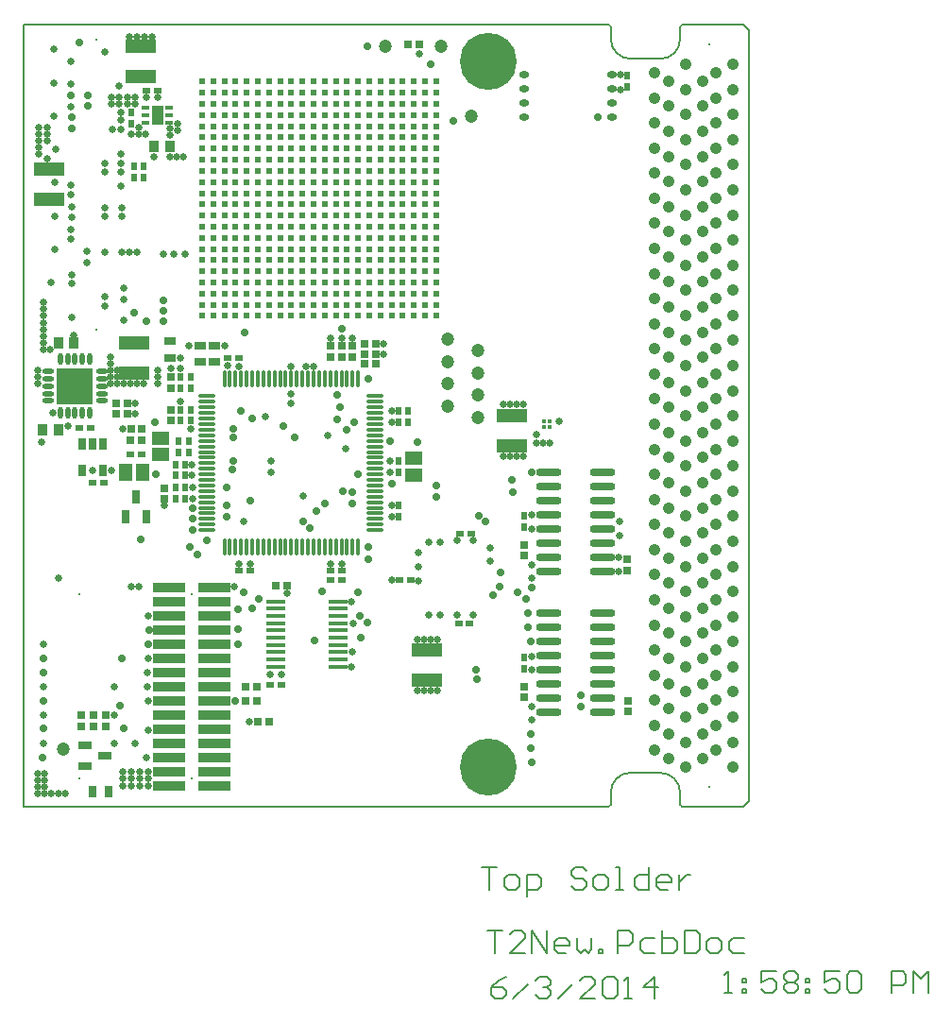
<source format=gts>
%FSLAX44Y44*%
%MOMM*%
G71*
G01*
G75*
G04 Layer_Color=8388736*
%ADD10O,2.2000X0.6000*%
%ADD11R,0.6000X0.6000*%
%ADD12R,0.6000X0.5000*%
%ADD13R,2.7940X0.7366*%
%ADD14R,0.6000X1.2000*%
%ADD15R,1.6500X0.3000*%
%ADD16R,2.6000X1.1000*%
%ADD17R,1.0000X1.5000*%
%ADD18R,0.6000X0.6000*%
%ADD19R,0.5000X0.6000*%
%ADD20R,0.8000X0.9000*%
%ADD21R,1.0000X1.6000*%
%ADD22R,0.7000X0.3000*%
%ADD23R,1.2000X0.6000*%
%ADD24R,0.9000X0.7000*%
%ADD25R,0.7000X0.9000*%
%ADD26R,0.6500X0.9000*%
%ADD27R,1.1000X1.4000*%
%ADD28R,0.7000X0.6000*%
%ADD29R,1.4000X1.1000*%
%ADD30R,0.6000X0.7000*%
%ADD31O,0.8000X0.5000*%
%ADD32O,0.3500X0.9500*%
%ADD33O,0.9500X0.3500*%
%ADD34R,3.1500X3.1500*%
%ADD35C,0.2700*%
%ADD36O,0.2500X1.5500*%
%ADD37O,1.5500X0.2500*%
%ADD38C,0.5000*%
%ADD39C,0.1270*%
%ADD40C,0.5080*%
%ADD41C,0.6350*%
%ADD42C,0.2540*%
%ADD43C,0.1778*%
%ADD44C,0.2032*%
%ADD45C,0.3048*%
%ADD46C,0.1524*%
%ADD47R,0.9000X0.6000*%
%ADD48R,1.4000X3.3000*%
%ADD49R,1.1000X1.9000*%
%ADD50R,2.5400X0.6350*%
%ADD51R,0.6000X1.6250*%
%ADD52R,3.9250X2.0000*%
%ADD53R,4.0250X0.7250*%
%ADD54R,2.0000X1.5000*%
%ADD55R,1.3750X0.3000*%
%ADD56R,0.9000X0.6500*%
%ADD57R,0.8000X1.2500*%
%ADD58R,1.9000X4.3000*%
%ADD59R,2.1500X2.2250*%
%ADD60R,3.0000X5.8750*%
%ADD61R,2.6000X0.9000*%
%ADD62R,2.5750X2.2750*%
%ADD63R,5.8500X2.1250*%
%ADD64R,3.6000X1.8000*%
%ADD65R,1.4000X3.8000*%
%ADD66R,1.3000X3.3000*%
%ADD67R,2.6000X0.9000*%
%ADD68R,2.6000X0.9000*%
%ADD69R,2.6000X1.0000*%
%ADD70R,2.6000X1.0000*%
%ADD71R,3.8000X2.2000*%
%ADD72R,1.8000X1.6000*%
%ADD73C,0.6000*%
%ADD74C,0.1270*%
%ADD75C,0.2000*%
%ADD76C,0.9500*%
%ADD77C,5.0000*%
%ADD78C,0.6600*%
%ADD79C,0.5588*%
%ADD80C,1.0160*%
%ADD81C,1.3970*%
%ADD82R,1.6000X0.5000*%
%ADD83R,0.5000X1.6000*%
%ADD84R,13.4000X2.8000*%
%ADD85C,0.8080*%
%ADD86C,1.5240*%
%ADD87C,1.2700*%
%ADD88C,1.2080*%
%ADD89C,1.4080*%
%ADD90C,2.3080*%
G04:AMPARAMS|DCode=91|XSize=1.158mm|YSize=1.158mm|CornerRadius=0mm|HoleSize=0mm|Usage=FLASHONLY|Rotation=0.000|XOffset=0mm|YOffset=0mm|HoleType=Round|Shape=Relief|Width=0.254mm|Gap=0.127mm|Entries=4|*
%AMTHD91*
7,0,0,1.1580,0.9040,0.2540,45*
%
%ADD91THD91*%
%ADD92C,1.1580*%
G04:AMPARAMS|DCode=93|XSize=0.808mm|YSize=0.808mm|CornerRadius=0mm|HoleSize=0mm|Usage=FLASHONLY|Rotation=0.000|XOffset=0mm|YOffset=0mm|HoleType=Round|Shape=Relief|Width=0.254mm|Gap=0.127mm|Entries=4|*
%AMTHD93*
7,0,0,0.8080,0.5540,0.2540,45*
%
%ADD93THD93*%
%ADD94C,3.0080*%
%ADD95C,0.8128*%
%ADD96R,1.6000X0.5000*%
%ADD97R,2.2000X2.8000*%
%ADD98R,11.2000X2.8000*%
%ADD99C,0.8380*%
%ADD100R,6.5000X2.8000*%
%ADD101R,6.8000X2.8000*%
%ADD102R,2.3000X2.7000*%
%ADD103R,11.0000X2.8000*%
%ADD104R,0.2500X0.6000*%
%ADD105R,0.6000X0.2500*%
%ADD106R,3.1000X3.1000*%
%ADD107R,1.6764X0.7366*%
%ADD108R,0.7000X0.5000*%
%ADD109R,0.6500X0.8000*%
%ADD110R,1.4000X1.2000*%
%ADD111R,1.9000X1.1000*%
%ADD112R,0.9000X0.8000*%
%ADD113R,0.7500X0.3000*%
%ADD114R,1.3600X1.4600*%
%ADD115C,0.7112*%
%ADD116R,1.6000X1.4000*%
%ADD117R,3.4290X0.6350*%
%ADD118R,0.8000X0.8000*%
%ADD119R,4.8500X1.5000*%
%ADD120R,1.6000X1.5000*%
%ADD121R,2.1750X1.5000*%
%ADD122R,1.6000X0.8000*%
%ADD123R,1.5750X1.5000*%
%ADD124R,1.3500X3.8000*%
%ADD125R,0.9000X0.9500*%
%ADD126R,0.6750X2.1250*%
%ADD127R,0.7500X2.1250*%
%ADD128R,1.5500X1.3750*%
%ADD129R,3.3000X0.8000*%
%ADD130R,2.2000X2.3000*%
%ADD131R,4.4000X0.7000*%
%ADD132R,4.4000X2.0000*%
%ADD133R,3.3250X2.7500*%
%ADD134R,2.1500X0.8000*%
%ADD135R,1.8500X3.8250*%
%ADD136R,1.5750X0.5250*%
%ADD137R,1.7000X0.5000*%
%ADD138R,1.4750X0.8000*%
%ADD139R,1.4500X0.8000*%
%ADD140R,1.6000X1.5250*%
%ADD141R,1.4500X0.8000*%
%ADD142R,1.6250X1.5000*%
%ADD143R,1.3500X1.8000*%
%ADD144R,1.5250X1.5000*%
%ADD145R,1.4500X1.8000*%
%ADD146R,1.5500X1.5000*%
%ADD147R,1.6500X0.8000*%
%ADD148R,1.6500X2.5000*%
%ADD149R,1.3970X2.4130*%
%ADD150R,1.3970X0.6350*%
%ADD151C,0.6000*%
%ADD152C,0.2500*%
%ADD153C,0.2000*%
%ADD154C,0.1500*%
%ADD155R,0.8000X1.4000*%
%ADD156R,1.3000X1.3000*%
%ADD157C,1.2000*%
%ADD158O,2.3016X0.7016*%
%ADD159R,0.7016X0.7016*%
%ADD160R,0.7016X0.6016*%
%ADD161R,2.8956X0.8382*%
%ADD162R,0.7016X1.3016*%
%ADD163R,1.7516X0.4016*%
%ADD164R,2.7016X1.2016*%
%ADD165R,0.7016X0.7016*%
%ADD166R,0.6016X0.7016*%
%ADD167R,0.9016X1.0016*%
%ADD168R,1.1016X1.7016*%
%ADD169R,0.8016X0.4016*%
%ADD170R,1.3016X0.7016*%
%ADD171R,1.0016X0.8016*%
%ADD172R,0.8016X1.0016*%
%ADD173R,0.7516X1.0016*%
%ADD174R,1.2016X1.5016*%
%ADD175R,0.8016X0.7016*%
%ADD176R,1.5016X1.2016*%
%ADD177R,0.7016X0.8016*%
%ADD178O,0.9016X0.6016*%
%ADD179O,0.4516X1.0516*%
%ADD180O,1.0516X0.4516*%
%ADD181R,3.2516X3.2516*%
%ADD182C,0.3716*%
%ADD183O,0.3516X1.6516*%
%ADD184O,1.6516X0.3516*%
%ADD185C,0.6016*%
%ADD186C,0.2286*%
%ADD187C,0.3016*%
%ADD188C,1.0516*%
%ADD189C,5.1016*%
%ADD190C,0.7016*%
%ADD191C,0.6604*%
D39*
X200000Y200000D02*
X724500D01*
D46*
X611000Y145994D02*
X624329D01*
X617664D01*
Y126000D01*
X634326D02*
X640990D01*
X644323Y129332D01*
Y135997D01*
X640990Y139329D01*
X634326D01*
X630994Y135997D01*
Y129332D01*
X634326Y126000D01*
X650987Y119335D02*
Y139329D01*
X660984D01*
X664316Y135997D01*
Y129332D01*
X660984Y126000D01*
X650987D01*
X704303Y142661D02*
X700971Y145994D01*
X694306D01*
X690974Y142661D01*
Y139329D01*
X694306Y135997D01*
X700971D01*
X704303Y132664D01*
Y129332D01*
X700971Y126000D01*
X694306D01*
X690974Y129332D01*
X714300Y126000D02*
X720965D01*
X724297Y129332D01*
Y135997D01*
X720965Y139329D01*
X714300D01*
X710968Y135997D01*
Y129332D01*
X714300Y126000D01*
X730961D02*
X737626D01*
X734294D01*
Y145994D01*
X730961D01*
X760952D02*
Y126000D01*
X750955D01*
X747623Y129332D01*
Y135997D01*
X750955Y139329D01*
X760952D01*
X777613Y126000D02*
X770948D01*
X767616Y129332D01*
Y135997D01*
X770948Y139329D01*
X777613D01*
X780945Y135997D01*
Y132664D01*
X767616D01*
X787610Y139329D02*
Y126000D01*
Y132664D01*
X790942Y135997D01*
X794274Y139329D01*
X797607D01*
X790500Y901000D02*
G03*
X788500Y899000I0J-2000D01*
G01*
X726500D02*
G03*
X724500Y901000I-2000J0D01*
G01*
X726500Y888000D02*
G03*
X744000Y870500I17500J0D01*
G01*
X771000D02*
G03*
X788500Y888000I0J17500D01*
G01*
Y213000D02*
G03*
X771000Y230500I-17500J0D01*
G01*
X744000D02*
G03*
X726500Y213000I0J-17500D01*
G01*
X724500Y200000D02*
G03*
X726500Y202000I0J2000D01*
G01*
X788500D02*
G03*
X790500Y200000I2000J0D01*
G01*
X200000Y901000D02*
X724500D01*
X790500D02*
X845000D01*
X726500Y888000D02*
Y899000D01*
X788500Y888000D02*
Y899000D01*
X744000Y870500D02*
X771000D01*
X744000Y230500D02*
X771000D01*
X788500Y202000D02*
Y213000D01*
X726500Y202000D02*
Y213000D01*
X845000Y901000D02*
X850000Y896000D01*
Y205000D02*
Y896000D01*
X845000Y200000D02*
X850000Y205000D01*
X790500Y200000D02*
X845000D01*
X200000D02*
Y901000D01*
X616000Y88994D02*
X629329D01*
X622664D01*
Y69000D01*
X649323D02*
X635994D01*
X649323Y82329D01*
Y85661D01*
X645990Y88994D01*
X639326D01*
X635994Y85661D01*
X655987Y69000D02*
Y88994D01*
X669316Y69000D01*
Y88994D01*
X685977Y69000D02*
X679313D01*
X675981Y72332D01*
Y78997D01*
X679313Y82329D01*
X685977D01*
X689310Y78997D01*
Y75665D01*
X675981D01*
X695974Y82329D02*
Y72332D01*
X699306Y69000D01*
X702639Y72332D01*
X705971Y69000D01*
X709303Y72332D01*
Y82329D01*
X715968Y69000D02*
Y72332D01*
X719300D01*
Y69000D01*
X715968D01*
X732629D02*
Y88994D01*
X742626D01*
X745958Y85661D01*
Y78997D01*
X742626Y75665D01*
X732629D01*
X765952Y82329D02*
X755955D01*
X752623Y78997D01*
Y72332D01*
X755955Y69000D01*
X765952D01*
X772616Y88994D02*
Y69000D01*
X782613D01*
X785945Y72332D01*
Y75665D01*
Y78997D01*
X782613Y82329D01*
X772616D01*
X792610Y88994D02*
Y69000D01*
X802607D01*
X805939Y72332D01*
Y85661D01*
X802607Y88994D01*
X792610D01*
X815936Y69000D02*
X822600D01*
X825932Y72332D01*
Y78997D01*
X822600Y82329D01*
X815936D01*
X812603Y78997D01*
Y72332D01*
X815936Y69000D01*
X845926Y82329D02*
X835929D01*
X832597Y78997D01*
Y72332D01*
X835929Y69000D01*
X845926D01*
X632329Y47994D02*
X625664Y44661D01*
X619000Y37997D01*
Y31332D01*
X622332Y28000D01*
X628997D01*
X632329Y31332D01*
Y34664D01*
X628997Y37997D01*
X619000D01*
X638994Y28000D02*
X652323Y41329D01*
X658987Y44661D02*
X662319Y47994D01*
X668984D01*
X672316Y44661D01*
Y41329D01*
X668984Y37997D01*
X665652D01*
X668984D01*
X672316Y34664D01*
Y31332D01*
X668984Y28000D01*
X662319D01*
X658987Y31332D01*
X678981Y28000D02*
X692310Y41329D01*
X712303Y28000D02*
X698974D01*
X712303Y41329D01*
Y44661D01*
X708971Y47994D01*
X702307D01*
X698974Y44661D01*
X718968D02*
X722300Y47994D01*
X728965D01*
X732297Y44661D01*
Y31332D01*
X728965Y28000D01*
X722300D01*
X718968Y31332D01*
Y44661D01*
X738961Y28000D02*
X745626D01*
X742294D01*
Y47994D01*
X738961Y44661D01*
X765619Y28000D02*
Y47994D01*
X755623Y37997D01*
X768952D01*
X828000Y33000D02*
X834665D01*
X831332D01*
Y52994D01*
X828000Y49661D01*
X844661Y46329D02*
X847993D01*
Y42997D01*
X844661D01*
Y46329D01*
Y36332D02*
X847993D01*
Y33000D01*
X844661D01*
Y36332D01*
X874652Y52994D02*
X861323D01*
Y42997D01*
X867987Y46329D01*
X871319D01*
X874652Y42997D01*
Y36332D01*
X871319Y33000D01*
X864655D01*
X861323Y36332D01*
X881316Y49661D02*
X884648Y52994D01*
X891313D01*
X894645Y49661D01*
Y46329D01*
X891313Y42997D01*
X894645Y39664D01*
Y36332D01*
X891313Y33000D01*
X884648D01*
X881316Y36332D01*
Y39664D01*
X884648Y42997D01*
X881316Y46329D01*
Y49661D01*
X884648Y42997D02*
X891313D01*
X901310Y46329D02*
X904642D01*
Y42997D01*
X901310D01*
Y46329D01*
Y36332D02*
X904642D01*
Y33000D01*
X901310D01*
Y36332D01*
X931300Y52994D02*
X917971D01*
Y42997D01*
X924635Y46329D01*
X927968D01*
X931300Y42997D01*
Y36332D01*
X927968Y33000D01*
X921303D01*
X917971Y36332D01*
X937964Y49661D02*
X941297Y52994D01*
X947961D01*
X951294Y49661D01*
Y36332D01*
X947961Y33000D01*
X941297D01*
X937964Y36332D01*
Y49661D01*
X977952Y33000D02*
Y52994D01*
X987948D01*
X991281Y49661D01*
Y42997D01*
X987948Y39664D01*
X977952D01*
X997945Y33000D02*
Y52994D01*
X1004610Y46329D01*
X1011274Y52994D01*
Y33000D01*
D157*
X236000Y252000D02*
D03*
X524000Y882000D02*
D03*
X574000D02*
D03*
X601000Y819000D02*
D03*
X607000Y569000D02*
D03*
Y589000D02*
D03*
Y609000D02*
D03*
Y549000D02*
D03*
X580000Y619000D02*
D03*
Y599000D02*
D03*
Y579000D02*
D03*
Y559000D02*
D03*
D158*
X719000Y410550D02*
D03*
Y423250D02*
D03*
Y435950D02*
D03*
Y448650D02*
D03*
Y461350D02*
D03*
Y474050D02*
D03*
Y486750D02*
D03*
Y499450D02*
D03*
X671000Y410550D02*
D03*
Y423250D02*
D03*
Y435950D02*
D03*
Y448650D02*
D03*
Y461350D02*
D03*
Y474050D02*
D03*
Y486750D02*
D03*
Y499450D02*
D03*
X719000Y284550D02*
D03*
Y297250D02*
D03*
Y309950D02*
D03*
Y322650D02*
D03*
Y335350D02*
D03*
Y348050D02*
D03*
Y360750D02*
D03*
Y373450D02*
D03*
X671000Y284550D02*
D03*
Y297250D02*
D03*
Y309950D02*
D03*
Y322650D02*
D03*
Y335350D02*
D03*
Y348050D02*
D03*
Y360750D02*
D03*
Y373450D02*
D03*
D159*
X742000Y285350D02*
D03*
Y295350D02*
D03*
X741000Y422000D02*
D03*
Y412000D02*
D03*
X649000Y298000D02*
D03*
Y308000D02*
D03*
Y435000D02*
D03*
Y425000D02*
D03*
X252000Y282000D02*
D03*
Y272000D02*
D03*
X263000Y282000D02*
D03*
Y272000D02*
D03*
X274000Y272000D02*
D03*
Y282000D02*
D03*
X332000Y575000D02*
D03*
Y585000D02*
D03*
X332000Y556000D02*
D03*
Y546000D02*
D03*
X495000Y603000D02*
D03*
Y613000D02*
D03*
X485000Y603000D02*
D03*
Y613000D02*
D03*
X475000Y603000D02*
D03*
Y613000D02*
D03*
D160*
X590000Y364000D02*
D03*
X600000D02*
D03*
X591000Y445000D02*
D03*
X601000D02*
D03*
X306000Y516000D02*
D03*
X296000D02*
D03*
X431000Y309000D02*
D03*
X421000D02*
D03*
X310000Y842000D02*
D03*
X320000D02*
D03*
X272000Y490500D02*
D03*
X262000D02*
D03*
X403000Y412000D02*
D03*
X393000D02*
D03*
X383000Y602000D02*
D03*
X393000D02*
D03*
X260000Y540000D02*
D03*
X250000D02*
D03*
X475000Y412000D02*
D03*
X485000D02*
D03*
X475000Y403000D02*
D03*
X485000D02*
D03*
X537000D02*
D03*
X547000D02*
D03*
D161*
X330360Y307900D02*
D03*
Y384100D02*
D03*
X371000D02*
D03*
X330360Y371400D02*
D03*
X371000D02*
D03*
X330360Y358700D02*
D03*
X371000D02*
D03*
X330360Y346000D02*
D03*
X371000D02*
D03*
X330360Y333300D02*
D03*
X371000D02*
D03*
X330360Y320600D02*
D03*
X371000D02*
D03*
Y307900D02*
D03*
X330360Y219000D02*
D03*
Y295200D02*
D03*
X371000D02*
D03*
X330360Y282500D02*
D03*
X371000D02*
D03*
X330360Y269800D02*
D03*
X371000D02*
D03*
X330360Y257100D02*
D03*
X371000D02*
D03*
X330360Y244400D02*
D03*
X371000D02*
D03*
X330360Y231700D02*
D03*
X371000D02*
D03*
Y219000D02*
D03*
Y396800D02*
D03*
X330360D02*
D03*
D162*
X291500Y460000D02*
D03*
X310500D02*
D03*
X301000Y478000D02*
D03*
D163*
X426250Y384250D02*
D03*
Y377750D02*
D03*
Y371250D02*
D03*
Y364750D02*
D03*
Y358250D02*
D03*
Y351750D02*
D03*
Y345250D02*
D03*
Y338750D02*
D03*
Y332250D02*
D03*
Y325750D02*
D03*
X481750Y384250D02*
D03*
Y377750D02*
D03*
Y371250D02*
D03*
Y364750D02*
D03*
Y358250D02*
D03*
Y351750D02*
D03*
Y345250D02*
D03*
Y338750D02*
D03*
Y332250D02*
D03*
Y325750D02*
D03*
D164*
X299000Y615500D02*
D03*
Y588500D02*
D03*
X305000Y881500D02*
D03*
Y854500D02*
D03*
X562000Y313500D02*
D03*
Y340500D02*
D03*
X223000Y744500D02*
D03*
Y771500D02*
D03*
X638000Y523500D02*
D03*
Y550500D02*
D03*
D165*
X426000Y398000D02*
D03*
X436000D02*
D03*
X399000Y295000D02*
D03*
X409000D02*
D03*
X399000Y308000D02*
D03*
X409000D02*
D03*
X410000Y276000D02*
D03*
X420000D02*
D03*
X296000Y529000D02*
D03*
X306000D02*
D03*
X506000Y597000D02*
D03*
X516000D02*
D03*
X506000Y606000D02*
D03*
X516000D02*
D03*
X506000Y615000D02*
D03*
X516000D02*
D03*
X555000Y883000D02*
D03*
X545000D02*
D03*
X293000Y552000D02*
D03*
X283000D02*
D03*
X293000Y562000D02*
D03*
X283000D02*
D03*
D166*
X299000Y774000D02*
D03*
Y764000D02*
D03*
X308000Y774000D02*
D03*
Y764000D02*
D03*
X297000Y812000D02*
D03*
Y822000D02*
D03*
X350000Y546000D02*
D03*
Y556000D02*
D03*
X341000Y585000D02*
D03*
Y575000D02*
D03*
X350000Y585000D02*
D03*
Y575000D02*
D03*
X341000Y556000D02*
D03*
Y546000D02*
D03*
X339000Y518000D02*
D03*
Y528000D02*
D03*
X348000Y518000D02*
D03*
Y528000D02*
D03*
X536000Y470000D02*
D03*
Y460000D02*
D03*
X336000Y476000D02*
D03*
Y486000D02*
D03*
X536000Y510000D02*
D03*
Y500000D02*
D03*
X345000Y476000D02*
D03*
Y486000D02*
D03*
X741000Y845000D02*
D03*
Y855000D02*
D03*
X649000Y334000D02*
D03*
Y324000D02*
D03*
X345000Y497000D02*
D03*
Y507000D02*
D03*
X336000Y497000D02*
D03*
Y507000D02*
D03*
X536000Y545000D02*
D03*
Y555000D02*
D03*
X545000Y545000D02*
D03*
Y555000D02*
D03*
X649000Y461000D02*
D03*
Y451000D02*
D03*
D167*
X331000Y792000D02*
D03*
X317000D02*
D03*
X231000Y538000D02*
D03*
X217000D02*
D03*
X245000Y616000D02*
D03*
X231000D02*
D03*
D168*
X320000Y820000D02*
D03*
D169*
X309500Y813500D02*
D03*
Y820000D02*
D03*
Y826500D02*
D03*
X330500D02*
D03*
Y820000D02*
D03*
Y813500D02*
D03*
D170*
X273000Y246000D02*
D03*
X255000Y236500D02*
D03*
Y255500D02*
D03*
D171*
X358000Y598500D02*
D03*
Y613500D02*
D03*
X371000Y598500D02*
D03*
Y613500D02*
D03*
X331000Y602500D02*
D03*
Y617500D02*
D03*
D172*
X261500Y214000D02*
D03*
X276500D02*
D03*
D173*
X271500Y525500D02*
D03*
X262000D02*
D03*
X252500D02*
D03*
Y501500D02*
D03*
X271500D02*
D03*
D174*
X306500Y500000D02*
D03*
X291500D02*
D03*
D175*
X296500Y539000D02*
D03*
X305500D02*
D03*
D176*
X323000Y515500D02*
D03*
Y530500D02*
D03*
X550000Y512500D02*
D03*
Y497500D02*
D03*
D177*
X326000Y476500D02*
D03*
Y485500D02*
D03*
D178*
X648500Y817950D02*
D03*
Y830650D02*
D03*
Y843350D02*
D03*
Y856050D02*
D03*
X727500D02*
D03*
Y843350D02*
D03*
Y830650D02*
D03*
Y817950D02*
D03*
D179*
X259000Y601250D02*
D03*
X252500D02*
D03*
X246000D02*
D03*
X239500D02*
D03*
X233000D02*
D03*
Y552750D02*
D03*
X239500D02*
D03*
X246000D02*
D03*
X252500D02*
D03*
X259000D02*
D03*
D180*
X221750Y590000D02*
D03*
Y583500D02*
D03*
Y577000D02*
D03*
Y570500D02*
D03*
Y564000D02*
D03*
X270250D02*
D03*
Y570500D02*
D03*
Y577000D02*
D03*
Y583500D02*
D03*
Y590000D02*
D03*
D181*
X246000Y577000D02*
D03*
D182*
X666500Y540500D02*
D03*
Y545500D02*
D03*
X671500Y540500D02*
D03*
Y545500D02*
D03*
D183*
X500000Y432750D02*
D03*
X495000D02*
D03*
X490000D02*
D03*
X485000D02*
D03*
X480000D02*
D03*
X475000D02*
D03*
X470000D02*
D03*
X465000D02*
D03*
X460000D02*
D03*
X455000D02*
D03*
X450000D02*
D03*
X445000D02*
D03*
X440000D02*
D03*
X435000D02*
D03*
X430000D02*
D03*
X425000D02*
D03*
X420000D02*
D03*
X415000D02*
D03*
X410000D02*
D03*
X405000D02*
D03*
X400000D02*
D03*
X395000D02*
D03*
X390000D02*
D03*
X385000D02*
D03*
X380000D02*
D03*
Y583250D02*
D03*
X385000D02*
D03*
X390000D02*
D03*
X395000D02*
D03*
X400000D02*
D03*
X405000D02*
D03*
X410000D02*
D03*
X415000D02*
D03*
X420000D02*
D03*
X425000D02*
D03*
X430000D02*
D03*
X435000D02*
D03*
X440000D02*
D03*
X445000D02*
D03*
X450000D02*
D03*
X455000D02*
D03*
X460000D02*
D03*
X465000D02*
D03*
X470000D02*
D03*
X475000D02*
D03*
X480000D02*
D03*
X485000D02*
D03*
X490000D02*
D03*
X495000D02*
D03*
X500000D02*
D03*
D184*
X364750Y448000D02*
D03*
Y453000D02*
D03*
Y458000D02*
D03*
Y463000D02*
D03*
Y468000D02*
D03*
Y473000D02*
D03*
Y478000D02*
D03*
Y483000D02*
D03*
Y488000D02*
D03*
Y493000D02*
D03*
Y498000D02*
D03*
Y503000D02*
D03*
Y508000D02*
D03*
Y513000D02*
D03*
Y518000D02*
D03*
Y523000D02*
D03*
Y528000D02*
D03*
Y533000D02*
D03*
Y538000D02*
D03*
Y543000D02*
D03*
Y548000D02*
D03*
Y553000D02*
D03*
Y558000D02*
D03*
Y563000D02*
D03*
Y568000D02*
D03*
X515250D02*
D03*
Y563000D02*
D03*
Y558000D02*
D03*
Y553000D02*
D03*
Y548000D02*
D03*
Y543000D02*
D03*
Y538000D02*
D03*
Y533000D02*
D03*
Y528000D02*
D03*
Y523000D02*
D03*
Y518000D02*
D03*
Y513000D02*
D03*
Y508000D02*
D03*
Y503000D02*
D03*
Y498000D02*
D03*
Y493000D02*
D03*
Y488000D02*
D03*
Y483000D02*
D03*
Y478000D02*
D03*
Y473000D02*
D03*
Y468000D02*
D03*
Y463000D02*
D03*
Y458000D02*
D03*
Y453000D02*
D03*
Y448000D02*
D03*
D185*
X570000Y850000D02*
D03*
Y840000D02*
D03*
Y830000D02*
D03*
Y820000D02*
D03*
Y810000D02*
D03*
Y800000D02*
D03*
Y790000D02*
D03*
Y780000D02*
D03*
Y770000D02*
D03*
Y760000D02*
D03*
Y750000D02*
D03*
Y740000D02*
D03*
Y730000D02*
D03*
Y720000D02*
D03*
Y710000D02*
D03*
Y700000D02*
D03*
Y690000D02*
D03*
Y680000D02*
D03*
Y670000D02*
D03*
Y660000D02*
D03*
Y650000D02*
D03*
Y640000D02*
D03*
X560000Y850000D02*
D03*
Y840000D02*
D03*
Y830000D02*
D03*
Y820000D02*
D03*
Y810000D02*
D03*
Y800000D02*
D03*
Y790000D02*
D03*
Y780000D02*
D03*
Y770000D02*
D03*
Y760000D02*
D03*
Y750000D02*
D03*
Y740000D02*
D03*
Y730000D02*
D03*
Y720000D02*
D03*
Y710000D02*
D03*
Y700000D02*
D03*
Y690000D02*
D03*
Y680000D02*
D03*
Y670000D02*
D03*
Y660000D02*
D03*
Y650000D02*
D03*
Y640000D02*
D03*
X550000Y850000D02*
D03*
Y840000D02*
D03*
Y830000D02*
D03*
Y820000D02*
D03*
Y810000D02*
D03*
Y800000D02*
D03*
Y790000D02*
D03*
Y780000D02*
D03*
Y770000D02*
D03*
Y760000D02*
D03*
Y750000D02*
D03*
Y740000D02*
D03*
Y730000D02*
D03*
Y720000D02*
D03*
Y710000D02*
D03*
Y700000D02*
D03*
Y690000D02*
D03*
Y680000D02*
D03*
Y670000D02*
D03*
Y660000D02*
D03*
Y650000D02*
D03*
Y640000D02*
D03*
X540000Y850000D02*
D03*
Y840000D02*
D03*
Y830000D02*
D03*
Y820000D02*
D03*
Y810000D02*
D03*
Y800000D02*
D03*
Y790000D02*
D03*
Y780000D02*
D03*
Y770000D02*
D03*
Y760000D02*
D03*
Y750000D02*
D03*
Y740000D02*
D03*
Y730000D02*
D03*
Y720000D02*
D03*
Y710000D02*
D03*
Y700000D02*
D03*
Y690000D02*
D03*
Y680000D02*
D03*
Y670000D02*
D03*
Y660000D02*
D03*
Y650000D02*
D03*
Y640000D02*
D03*
X530000Y850000D02*
D03*
Y840000D02*
D03*
Y830000D02*
D03*
Y820000D02*
D03*
Y810000D02*
D03*
Y800000D02*
D03*
Y790000D02*
D03*
Y780000D02*
D03*
Y770000D02*
D03*
Y760000D02*
D03*
Y750000D02*
D03*
Y740000D02*
D03*
Y730000D02*
D03*
Y720000D02*
D03*
Y710000D02*
D03*
Y700000D02*
D03*
Y690000D02*
D03*
Y680000D02*
D03*
Y670000D02*
D03*
Y660000D02*
D03*
Y650000D02*
D03*
Y640000D02*
D03*
X520000Y850000D02*
D03*
Y840000D02*
D03*
Y830000D02*
D03*
Y820000D02*
D03*
Y810000D02*
D03*
Y800000D02*
D03*
Y790000D02*
D03*
Y780000D02*
D03*
Y770000D02*
D03*
Y760000D02*
D03*
Y750000D02*
D03*
Y740000D02*
D03*
Y730000D02*
D03*
Y720000D02*
D03*
Y710000D02*
D03*
Y700000D02*
D03*
Y690000D02*
D03*
Y680000D02*
D03*
Y670000D02*
D03*
Y660000D02*
D03*
Y650000D02*
D03*
Y640000D02*
D03*
X510000Y850000D02*
D03*
Y840000D02*
D03*
Y830000D02*
D03*
Y820000D02*
D03*
Y810000D02*
D03*
Y800000D02*
D03*
Y790000D02*
D03*
Y780000D02*
D03*
Y770000D02*
D03*
Y760000D02*
D03*
Y750000D02*
D03*
Y740000D02*
D03*
Y730000D02*
D03*
Y720000D02*
D03*
Y710000D02*
D03*
Y700000D02*
D03*
Y690000D02*
D03*
Y680000D02*
D03*
Y670000D02*
D03*
Y660000D02*
D03*
Y650000D02*
D03*
Y640000D02*
D03*
X500000Y850000D02*
D03*
Y840000D02*
D03*
Y830000D02*
D03*
Y820000D02*
D03*
Y810000D02*
D03*
Y800000D02*
D03*
Y790000D02*
D03*
Y780000D02*
D03*
Y770000D02*
D03*
Y760000D02*
D03*
Y750000D02*
D03*
Y740000D02*
D03*
Y730000D02*
D03*
Y720000D02*
D03*
Y710000D02*
D03*
Y700000D02*
D03*
Y690000D02*
D03*
Y680000D02*
D03*
Y670000D02*
D03*
Y660000D02*
D03*
Y650000D02*
D03*
Y640000D02*
D03*
X490000Y850000D02*
D03*
Y840000D02*
D03*
Y830000D02*
D03*
Y820000D02*
D03*
Y810000D02*
D03*
Y800000D02*
D03*
Y790000D02*
D03*
Y780000D02*
D03*
Y770000D02*
D03*
Y760000D02*
D03*
Y750000D02*
D03*
Y740000D02*
D03*
Y730000D02*
D03*
Y720000D02*
D03*
Y710000D02*
D03*
Y700000D02*
D03*
Y690000D02*
D03*
Y680000D02*
D03*
Y670000D02*
D03*
Y660000D02*
D03*
Y650000D02*
D03*
Y640000D02*
D03*
X480000Y850000D02*
D03*
Y840000D02*
D03*
Y830000D02*
D03*
Y820000D02*
D03*
Y810000D02*
D03*
Y800000D02*
D03*
Y790000D02*
D03*
Y780000D02*
D03*
Y770000D02*
D03*
Y760000D02*
D03*
Y750000D02*
D03*
Y740000D02*
D03*
Y730000D02*
D03*
Y720000D02*
D03*
Y710000D02*
D03*
Y700000D02*
D03*
Y690000D02*
D03*
Y680000D02*
D03*
Y670000D02*
D03*
Y660000D02*
D03*
Y650000D02*
D03*
Y640000D02*
D03*
X470000Y850000D02*
D03*
Y840000D02*
D03*
Y830000D02*
D03*
Y820000D02*
D03*
Y810000D02*
D03*
Y800000D02*
D03*
Y790000D02*
D03*
Y780000D02*
D03*
Y770000D02*
D03*
Y760000D02*
D03*
Y750000D02*
D03*
Y740000D02*
D03*
Y730000D02*
D03*
Y720000D02*
D03*
Y710000D02*
D03*
Y700000D02*
D03*
Y690000D02*
D03*
Y680000D02*
D03*
Y670000D02*
D03*
Y660000D02*
D03*
Y650000D02*
D03*
Y640000D02*
D03*
X460000Y850000D02*
D03*
Y840000D02*
D03*
Y830000D02*
D03*
Y820000D02*
D03*
Y810000D02*
D03*
Y800000D02*
D03*
Y790000D02*
D03*
Y780000D02*
D03*
Y770000D02*
D03*
Y760000D02*
D03*
Y750000D02*
D03*
Y740000D02*
D03*
Y730000D02*
D03*
Y720000D02*
D03*
Y710000D02*
D03*
Y700000D02*
D03*
Y690000D02*
D03*
Y680000D02*
D03*
Y670000D02*
D03*
Y660000D02*
D03*
Y650000D02*
D03*
Y640000D02*
D03*
X450000Y850000D02*
D03*
Y840000D02*
D03*
Y830000D02*
D03*
Y820000D02*
D03*
Y810000D02*
D03*
Y800000D02*
D03*
Y790000D02*
D03*
Y780000D02*
D03*
Y770000D02*
D03*
Y760000D02*
D03*
Y750000D02*
D03*
Y740000D02*
D03*
Y730000D02*
D03*
Y720000D02*
D03*
Y710000D02*
D03*
Y700000D02*
D03*
Y690000D02*
D03*
Y680000D02*
D03*
Y670000D02*
D03*
Y660000D02*
D03*
Y650000D02*
D03*
Y640000D02*
D03*
X440000Y850000D02*
D03*
Y840000D02*
D03*
Y830000D02*
D03*
Y820000D02*
D03*
Y810000D02*
D03*
Y800000D02*
D03*
Y790000D02*
D03*
Y780000D02*
D03*
Y770000D02*
D03*
Y760000D02*
D03*
Y750000D02*
D03*
Y740000D02*
D03*
Y730000D02*
D03*
Y720000D02*
D03*
Y710000D02*
D03*
Y700000D02*
D03*
Y690000D02*
D03*
Y680000D02*
D03*
Y670000D02*
D03*
Y660000D02*
D03*
Y650000D02*
D03*
Y640000D02*
D03*
X430000Y850000D02*
D03*
Y840000D02*
D03*
Y830000D02*
D03*
Y820000D02*
D03*
Y810000D02*
D03*
Y800000D02*
D03*
Y790000D02*
D03*
Y780000D02*
D03*
Y770000D02*
D03*
Y760000D02*
D03*
Y750000D02*
D03*
Y740000D02*
D03*
Y730000D02*
D03*
Y720000D02*
D03*
Y710000D02*
D03*
Y700000D02*
D03*
Y690000D02*
D03*
Y680000D02*
D03*
Y670000D02*
D03*
Y660000D02*
D03*
Y650000D02*
D03*
Y640000D02*
D03*
X420000Y850000D02*
D03*
Y840000D02*
D03*
Y830000D02*
D03*
Y820000D02*
D03*
Y810000D02*
D03*
Y800000D02*
D03*
Y790000D02*
D03*
Y780000D02*
D03*
Y770000D02*
D03*
Y760000D02*
D03*
Y750000D02*
D03*
Y740000D02*
D03*
Y730000D02*
D03*
Y720000D02*
D03*
Y710000D02*
D03*
Y700000D02*
D03*
Y690000D02*
D03*
Y680000D02*
D03*
Y670000D02*
D03*
Y660000D02*
D03*
Y650000D02*
D03*
Y640000D02*
D03*
X410000Y850000D02*
D03*
Y840000D02*
D03*
Y830000D02*
D03*
Y820000D02*
D03*
Y810000D02*
D03*
Y800000D02*
D03*
Y790000D02*
D03*
Y780000D02*
D03*
Y770000D02*
D03*
Y760000D02*
D03*
Y750000D02*
D03*
Y740000D02*
D03*
Y730000D02*
D03*
Y720000D02*
D03*
Y710000D02*
D03*
Y700000D02*
D03*
Y690000D02*
D03*
Y680000D02*
D03*
Y670000D02*
D03*
Y660000D02*
D03*
Y650000D02*
D03*
Y640000D02*
D03*
X400000Y850000D02*
D03*
Y840000D02*
D03*
Y830000D02*
D03*
Y820000D02*
D03*
Y810000D02*
D03*
Y800000D02*
D03*
Y790000D02*
D03*
Y780000D02*
D03*
Y770000D02*
D03*
Y760000D02*
D03*
Y750000D02*
D03*
Y740000D02*
D03*
Y730000D02*
D03*
Y720000D02*
D03*
Y710000D02*
D03*
Y700000D02*
D03*
Y690000D02*
D03*
Y680000D02*
D03*
Y670000D02*
D03*
Y660000D02*
D03*
Y650000D02*
D03*
Y640000D02*
D03*
X390000Y850000D02*
D03*
Y840000D02*
D03*
Y830000D02*
D03*
Y820000D02*
D03*
Y810000D02*
D03*
Y800000D02*
D03*
Y790000D02*
D03*
Y780000D02*
D03*
Y770000D02*
D03*
Y760000D02*
D03*
Y750000D02*
D03*
Y740000D02*
D03*
Y730000D02*
D03*
Y720000D02*
D03*
Y710000D02*
D03*
Y700000D02*
D03*
Y690000D02*
D03*
Y680000D02*
D03*
Y670000D02*
D03*
Y660000D02*
D03*
Y650000D02*
D03*
Y640000D02*
D03*
X380000Y850000D02*
D03*
Y840000D02*
D03*
Y830000D02*
D03*
Y820000D02*
D03*
Y810000D02*
D03*
Y800000D02*
D03*
Y790000D02*
D03*
Y780000D02*
D03*
Y770000D02*
D03*
Y760000D02*
D03*
Y750000D02*
D03*
Y740000D02*
D03*
Y730000D02*
D03*
Y720000D02*
D03*
Y710000D02*
D03*
Y700000D02*
D03*
Y690000D02*
D03*
Y680000D02*
D03*
Y670000D02*
D03*
Y660000D02*
D03*
Y650000D02*
D03*
Y640000D02*
D03*
X370000Y850000D02*
D03*
Y840000D02*
D03*
Y830000D02*
D03*
Y820000D02*
D03*
Y810000D02*
D03*
Y800000D02*
D03*
Y790000D02*
D03*
Y780000D02*
D03*
Y770000D02*
D03*
Y760000D02*
D03*
Y750000D02*
D03*
Y740000D02*
D03*
Y730000D02*
D03*
Y720000D02*
D03*
Y710000D02*
D03*
Y700000D02*
D03*
Y690000D02*
D03*
Y680000D02*
D03*
Y670000D02*
D03*
Y660000D02*
D03*
Y650000D02*
D03*
Y640000D02*
D03*
X360000Y850000D02*
D03*
Y840000D02*
D03*
Y830000D02*
D03*
Y820000D02*
D03*
Y810000D02*
D03*
Y800000D02*
D03*
Y790000D02*
D03*
Y780000D02*
D03*
Y770000D02*
D03*
Y760000D02*
D03*
Y750000D02*
D03*
Y740000D02*
D03*
Y730000D02*
D03*
Y720000D02*
D03*
Y710000D02*
D03*
Y700000D02*
D03*
Y690000D02*
D03*
Y680000D02*
D03*
Y670000D02*
D03*
Y660000D02*
D03*
Y650000D02*
D03*
Y640000D02*
D03*
D186*
X350680Y390350D02*
D03*
Y225350D02*
D03*
X249680Y390450D02*
D03*
Y225350D02*
D03*
D187*
X265000Y628000D02*
D03*
Y888000D02*
D03*
X814500Y883500D02*
D03*
Y217500D02*
D03*
D188*
X836000Y865500D02*
D03*
X821000Y858000D02*
D03*
X808500Y850500D02*
D03*
X836000Y843000D02*
D03*
X821000Y835500D02*
D03*
X808500Y828000D02*
D03*
X836000Y820500D02*
D03*
X821000Y813000D02*
D03*
X808500Y805500D02*
D03*
X836000Y798000D02*
D03*
X821000Y790500D02*
D03*
X808500Y783000D02*
D03*
X836000Y775500D02*
D03*
X821000Y768000D02*
D03*
X808500Y760500D02*
D03*
X836000Y753000D02*
D03*
X821000Y745500D02*
D03*
X808500Y738000D02*
D03*
X836000Y730500D02*
D03*
X821000Y723000D02*
D03*
X808500Y715500D02*
D03*
X836000Y708000D02*
D03*
X821000Y700500D02*
D03*
X808500Y693000D02*
D03*
X836000Y685500D02*
D03*
X821000Y678000D02*
D03*
X808500Y670500D02*
D03*
X836000Y663000D02*
D03*
X821000Y655500D02*
D03*
X808500Y648000D02*
D03*
X836000Y640500D02*
D03*
X821000Y633000D02*
D03*
X808500Y625500D02*
D03*
X836000Y618000D02*
D03*
X821000Y610500D02*
D03*
X808500Y603000D02*
D03*
X836000Y595500D02*
D03*
X821000Y588000D02*
D03*
X808500Y580500D02*
D03*
X836000Y573000D02*
D03*
X821000Y565500D02*
D03*
X808500Y558000D02*
D03*
X836000Y550500D02*
D03*
X821000Y543000D02*
D03*
X808500Y535500D02*
D03*
X836000Y528000D02*
D03*
X821000Y520500D02*
D03*
X808500Y513000D02*
D03*
X836000Y505500D02*
D03*
X821000Y498000D02*
D03*
X808500Y490500D02*
D03*
X836000Y483000D02*
D03*
X821000Y475500D02*
D03*
X808500Y468000D02*
D03*
X836000Y460500D02*
D03*
X821000Y453000D02*
D03*
X808500Y445500D02*
D03*
X836000Y438000D02*
D03*
X821000Y430500D02*
D03*
X808500Y423000D02*
D03*
X836000Y415500D02*
D03*
X821000Y408000D02*
D03*
X808500Y400500D02*
D03*
X836000Y393000D02*
D03*
X821000Y385500D02*
D03*
X808500Y378000D02*
D03*
X836000Y370500D02*
D03*
X821000Y363000D02*
D03*
X808500Y355500D02*
D03*
X836000Y348000D02*
D03*
X821000Y340500D02*
D03*
X808500Y333000D02*
D03*
X836000Y325500D02*
D03*
X821000Y318000D02*
D03*
X808500Y310500D02*
D03*
X836000Y303000D02*
D03*
X821000Y295500D02*
D03*
X808500Y288000D02*
D03*
X836000Y280500D02*
D03*
X821000Y273000D02*
D03*
X808500Y265500D02*
D03*
X836000Y258000D02*
D03*
X821000Y250500D02*
D03*
X808500Y243000D02*
D03*
X836000Y235500D02*
D03*
X793500D02*
D03*
X778500Y243000D02*
D03*
X766000Y250500D02*
D03*
X793500Y258000D02*
D03*
X778500Y265500D02*
D03*
X766000Y273000D02*
D03*
X793500Y280500D02*
D03*
X778500Y288000D02*
D03*
X766000Y295500D02*
D03*
X793500Y303000D02*
D03*
X778500Y310500D02*
D03*
X766000Y318000D02*
D03*
X793500Y325500D02*
D03*
X778500Y333000D02*
D03*
X766000Y340500D02*
D03*
X793500Y348000D02*
D03*
X778500Y355500D02*
D03*
X766000Y363000D02*
D03*
X793500Y370500D02*
D03*
X778500Y378000D02*
D03*
X766000Y385500D02*
D03*
X793500Y393000D02*
D03*
X778500Y400500D02*
D03*
X766000Y408000D02*
D03*
X793500Y415500D02*
D03*
X778500Y423000D02*
D03*
X766000Y430500D02*
D03*
X793500Y438000D02*
D03*
X778500Y445500D02*
D03*
X766000Y453000D02*
D03*
X793500Y460500D02*
D03*
X778500Y468000D02*
D03*
X766000Y475500D02*
D03*
X793500Y483000D02*
D03*
X778500Y490500D02*
D03*
X766000Y498000D02*
D03*
X793500Y505500D02*
D03*
X778500Y513000D02*
D03*
X766000Y520500D02*
D03*
X793500Y528000D02*
D03*
X778500Y535500D02*
D03*
X766000Y543000D02*
D03*
X793500Y550500D02*
D03*
X778500Y558000D02*
D03*
X766000Y565500D02*
D03*
X793500Y573000D02*
D03*
X778500Y580500D02*
D03*
X766000Y588000D02*
D03*
X793500Y595500D02*
D03*
X778500Y603000D02*
D03*
X766000Y610500D02*
D03*
X793500Y618000D02*
D03*
X778500Y625500D02*
D03*
X766000Y633000D02*
D03*
X793500Y640500D02*
D03*
X778500Y648000D02*
D03*
X766000Y655500D02*
D03*
X793500Y663000D02*
D03*
X778500Y670500D02*
D03*
X766000Y678000D02*
D03*
X793500Y685500D02*
D03*
X778500Y693000D02*
D03*
X766000Y700500D02*
D03*
X793500Y708000D02*
D03*
X778500Y715500D02*
D03*
X766000Y723000D02*
D03*
X793500Y730500D02*
D03*
X778500Y738000D02*
D03*
X766000Y745500D02*
D03*
X793500Y753000D02*
D03*
X778500Y760500D02*
D03*
X766000Y768000D02*
D03*
X793500Y775500D02*
D03*
X778500Y783000D02*
D03*
X766000Y790500D02*
D03*
X793500Y798000D02*
D03*
X778500Y805500D02*
D03*
X766000Y813000D02*
D03*
X793500Y820500D02*
D03*
X778500Y828000D02*
D03*
X766000Y835500D02*
D03*
X793500Y843000D02*
D03*
X778500Y850500D02*
D03*
X766000Y858000D02*
D03*
X793500Y865500D02*
D03*
D189*
X617000Y868000D02*
D03*
Y235500D02*
D03*
D190*
X411000Y386000D02*
D03*
X481000Y569000D02*
D03*
X486000Y483000D02*
D03*
X312300Y358700D02*
D03*
X312000Y346000D02*
D03*
X397510Y392430D02*
D03*
X242000Y838000D02*
D03*
X508000Y365000D02*
D03*
X258000Y838000D02*
D03*
Y828000D02*
D03*
X405250Y377750D02*
D03*
X305000Y440000D02*
D03*
X317999Y544999D02*
D03*
X502000Y352000D02*
D03*
X500000Y392000D02*
D03*
X392000Y346000D02*
D03*
Y359000D02*
D03*
Y377000D02*
D03*
X470000Y472000D02*
D03*
X457000Y450000D02*
D03*
X553000Y527000D02*
D03*
X288000Y333000D02*
D03*
X462500Y465250D02*
D03*
X565000Y866000D02*
D03*
X585000Y815000D02*
D03*
X495000Y482000D02*
D03*
X495000Y472000D02*
D03*
X508750Y432750D02*
D03*
X530000Y490000D02*
D03*
X570000Y478000D02*
D03*
Y488000D02*
D03*
X496000Y545000D02*
D03*
X490000Y538000D02*
D03*
X508000Y882000D02*
D03*
X352000Y448000D02*
D03*
X382000Y460000D02*
D03*
Y470000D02*
D03*
X352000Y458000D02*
D03*
Y468000D02*
D03*
X382000Y486000D02*
D03*
X715050Y817950D02*
D03*
X405000Y548000D02*
D03*
X395000Y555000D02*
D03*
X655050Y264950D02*
D03*
X654750Y252250D02*
D03*
X655450Y239550D02*
D03*
X243000Y818000D02*
D03*
X243000Y808000D02*
D03*
X433250Y541000D02*
D03*
X443000Y531500D02*
D03*
X481000Y547500D02*
D03*
X387000Y502000D02*
D03*
X388000Y510000D02*
D03*
X403000Y474000D02*
D03*
X451000Y456000D02*
D03*
X500000Y498000D02*
D03*
X250000Y885000D02*
D03*
X299000Y642750D02*
D03*
X290000Y270000D02*
D03*
X286447Y290553D02*
D03*
X398000Y625000D02*
D03*
X325000Y635000D02*
D03*
X218000Y270000D02*
D03*
X325000Y645000D02*
D03*
Y654000D02*
D03*
X310000Y635000D02*
D03*
X484000Y558000D02*
D03*
X388000Y531000D02*
D03*
Y539000D02*
D03*
X319000Y498000D02*
D03*
X349000Y433000D02*
D03*
X356000Y426000D02*
D03*
X364000Y439000D02*
D03*
X390000Y295200D02*
D03*
X218000Y333300D02*
D03*
Y320600D02*
D03*
Y295200D02*
D03*
X217400Y244400D02*
D03*
X501750Y371250D02*
D03*
X468000Y393000D02*
D03*
X461000Y349000D02*
D03*
X509500Y583500D02*
D03*
X529000Y528000D02*
D03*
X509000Y422000D02*
D03*
X608500Y461000D02*
D03*
X614000Y455500D02*
D03*
X606000Y322500D02*
D03*
X606500Y314500D02*
D03*
X621000Y389500D02*
D03*
X627000Y397500D02*
D03*
X700000Y289500D02*
D03*
Y300000D02*
D03*
X627500Y410000D02*
D03*
X654450Y348050D02*
D03*
X652250Y360750D02*
D03*
X652550Y373450D02*
D03*
X642500Y392000D02*
D03*
X650500Y386000D02*
D03*
X655500Y396500D02*
D03*
X639000Y482000D02*
D03*
X637500Y493000D02*
D03*
X655550Y499450D02*
D03*
X485000Y628500D02*
D03*
D191*
X389000Y397000D02*
D03*
X231000Y405000D02*
D03*
X297000Y397000D02*
D03*
X303000D02*
D03*
X495250Y364750D02*
D03*
X494750Y338750D02*
D03*
X340500Y602500D02*
D03*
X216000Y527000D02*
D03*
X493750Y325750D02*
D03*
X300000Y257000D02*
D03*
X436000Y391250D02*
D03*
X402500Y276000D02*
D03*
X493750Y384250D02*
D03*
X421000Y319000D02*
D03*
X431000D02*
D03*
X495000Y620000D02*
D03*
X485000D02*
D03*
X475000D02*
D03*
X523000Y615000D02*
D03*
Y606000D02*
D03*
X380500Y613500D02*
D03*
X735000Y856000D02*
D03*
Y843000D02*
D03*
X656000Y278000D02*
D03*
Y290000D02*
D03*
Y323000D02*
D03*
Y335000D02*
D03*
Y405000D02*
D03*
Y417000D02*
D03*
X345000Y695000D02*
D03*
X335000D02*
D03*
X325000D02*
D03*
X256500Y688000D02*
D03*
X256750Y698000D02*
D03*
X243000Y639000D02*
D03*
Y669000D02*
D03*
Y677000D02*
D03*
X228000Y700000D02*
D03*
X242000Y709000D02*
D03*
Y717000D02*
D03*
X225000Y670000D02*
D03*
X555000Y875000D02*
D03*
X440000Y595000D02*
D03*
X460000D02*
D03*
X453000Y595000D02*
D03*
X439500Y570500D02*
D03*
Y561500D02*
D03*
X473000Y532500D02*
D03*
X383000Y595500D02*
D03*
X393000Y595000D02*
D03*
X417000Y550000D02*
D03*
X352000Y476000D02*
D03*
Y486000D02*
D03*
X351000Y507000D02*
D03*
Y497000D02*
D03*
X422000Y510000D02*
D03*
Y500000D02*
D03*
X326000Y470000D02*
D03*
X289000Y539000D02*
D03*
X397000Y456000D02*
D03*
X451000Y479000D02*
D03*
X485000Y418000D02*
D03*
X475000Y418000D02*
D03*
X489000Y521000D02*
D03*
X529000Y510000D02*
D03*
Y500000D02*
D03*
X530000Y555000D02*
D03*
Y545000D02*
D03*
Y470000D02*
D03*
Y460000D02*
D03*
X403000Y418000D02*
D03*
X393000Y418000D02*
D03*
X312000Y269000D02*
D03*
Y295000D02*
D03*
X311860Y333300D02*
D03*
X312000Y371000D02*
D03*
X310000Y244500D02*
D03*
X311500Y231500D02*
D03*
X304000D02*
D03*
X296500D02*
D03*
X289000D02*
D03*
X311500Y219000D02*
D03*
X304000D02*
D03*
X296500D02*
D03*
X289000D02*
D03*
X311500Y225250D02*
D03*
X304000D02*
D03*
X296500D02*
D03*
X289000D02*
D03*
X219000Y230000D02*
D03*
Y224000D02*
D03*
Y218000D02*
D03*
Y212000D02*
D03*
X237000D02*
D03*
X231000D02*
D03*
X225000D02*
D03*
X273000Y657000D02*
D03*
Y649000D02*
D03*
X290000Y665000D02*
D03*
Y655000D02*
D03*
Y636000D02*
D03*
X273000Y697000D02*
D03*
X288000D02*
D03*
X295000D02*
D03*
X302000D02*
D03*
X228000Y729000D02*
D03*
X273000Y737000D02*
D03*
Y729000D02*
D03*
X288000Y737000D02*
D03*
Y729000D02*
D03*
X273000Y777000D02*
D03*
Y769000D02*
D03*
X287000Y785000D02*
D03*
Y777000D02*
D03*
Y769000D02*
D03*
Y756000D02*
D03*
X229000Y789000D02*
D03*
X242000Y757000D02*
D03*
Y749000D02*
D03*
X228000Y760000D02*
D03*
X287000Y816000D02*
D03*
X286000Y846000D02*
D03*
X273000Y877000D02*
D03*
X227000Y879000D02*
D03*
X242000Y868000D02*
D03*
Y848000D02*
D03*
X227000Y849000D02*
D03*
Y819000D02*
D03*
X242500Y827750D02*
D03*
X243500Y738000D02*
D03*
Y728000D02*
D03*
X332000Y593000D02*
D03*
X341000Y593000D02*
D03*
X348500Y613500D02*
D03*
X350000Y539000D02*
D03*
X341000Y563000D02*
D03*
X262000Y501500D02*
D03*
X279000D02*
D03*
X309000Y803000D02*
D03*
X303000D02*
D03*
X297000D02*
D03*
X303000Y809000D02*
D03*
X310000Y836000D02*
D03*
X320000D02*
D03*
X331000Y808000D02*
D03*
X338000Y812000D02*
D03*
X331000Y783000D02*
D03*
X337000D02*
D03*
X343000D02*
D03*
X338000Y806000D02*
D03*
X331000Y802000D02*
D03*
X287000Y822000D02*
D03*
X317000Y783000D02*
D03*
X218000Y652000D02*
D03*
Y646000D02*
D03*
Y640000D02*
D03*
Y634000D02*
D03*
Y628000D02*
D03*
Y622000D02*
D03*
Y616000D02*
D03*
Y610000D02*
D03*
X224000D02*
D03*
X213000Y579000D02*
D03*
Y585000D02*
D03*
Y591000D02*
D03*
X245000Y623000D02*
D03*
X239500Y541250D02*
D03*
X278000Y603000D02*
D03*
Y597000D02*
D03*
Y591000D02*
D03*
Y585000D02*
D03*
Y579000D02*
D03*
X284000D02*
D03*
X290000D02*
D03*
X296000D02*
D03*
X302000D02*
D03*
X308000D02*
D03*
X320000D02*
D03*
Y585000D02*
D03*
Y591000D02*
D03*
X284000Y585000D02*
D03*
Y591000D02*
D03*
X300000Y552000D02*
D03*
Y562000D02*
D03*
X214000Y809000D02*
D03*
X221000D02*
D03*
Y803000D02*
D03*
X214000D02*
D03*
Y797000D02*
D03*
Y791000D02*
D03*
Y785000D02*
D03*
X221000Y781000D02*
D03*
Y797000D02*
D03*
X293000Y836000D02*
D03*
X300000D02*
D03*
X293000Y830000D02*
D03*
X300000D02*
D03*
X287000Y807000D02*
D03*
X280000D02*
D03*
X286000Y836000D02*
D03*
Y830000D02*
D03*
X279000Y836000D02*
D03*
Y830000D02*
D03*
X295000Y890000D02*
D03*
X301750D02*
D03*
X308500D02*
D03*
X315000D02*
D03*
X648000Y561000D02*
D03*
X642000D02*
D03*
X636000D02*
D03*
X630000D02*
D03*
X648000Y514000D02*
D03*
X642000D02*
D03*
X636000D02*
D03*
X630000D02*
D03*
X553000Y350000D02*
D03*
X559000D02*
D03*
X565000D02*
D03*
X571000D02*
D03*
X553000Y304000D02*
D03*
X559000D02*
D03*
X565000D02*
D03*
X571000D02*
D03*
X226250Y552750D02*
D03*
X218000Y346000D02*
D03*
Y308000D02*
D03*
X218100Y282500D02*
D03*
Y257100D02*
D03*
X281260Y282500D02*
D03*
Y307900D02*
D03*
Y257100D02*
D03*
X213000Y212000D02*
D03*
Y218000D02*
D03*
Y224000D02*
D03*
Y230000D02*
D03*
X311100Y307900D02*
D03*
X311000Y320500D02*
D03*
X680500Y545500D02*
D03*
X660000Y526000D02*
D03*
X672000D02*
D03*
X660000Y534000D02*
D03*
X666000Y526000D02*
D03*
X554000Y428000D02*
D03*
Y415000D02*
D03*
Y402500D02*
D03*
X530000Y403000D02*
D03*
X588500Y438500D02*
D03*
X603500D02*
D03*
X563000Y437000D02*
D03*
X573500Y437500D02*
D03*
X618500Y432000D02*
D03*
Y420000D02*
D03*
X603500Y372000D02*
D03*
X588500D02*
D03*
X573500D02*
D03*
X563500D02*
D03*
X656000Y449000D02*
D03*
Y461500D02*
D03*
X734500Y455450D02*
D03*
X734000Y442750D02*
D03*
X733500Y423500D02*
D03*
Y410500D02*
D03*
M02*

</source>
